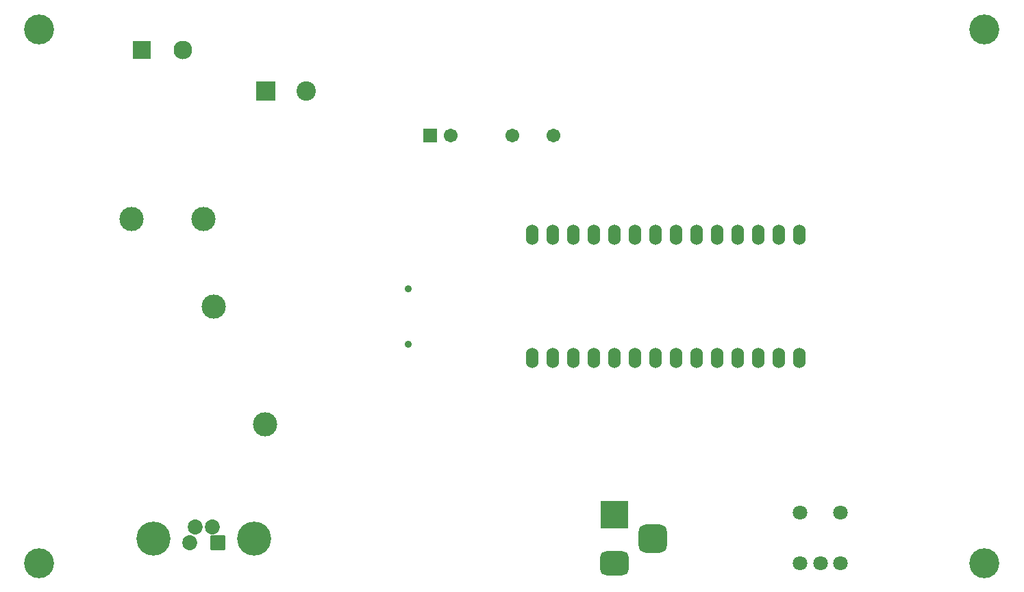
<source format=gbr>
%TF.GenerationSoftware,KiCad,Pcbnew,7.0.8*%
%TF.CreationDate,2023-10-19T15:00:40-04:00*%
%TF.ProjectId,ball_heater_controller,62616c6c-5f68-4656-9174-65725f636f6e,rev?*%
%TF.SameCoordinates,Original*%
%TF.FileFunction,Soldermask,Bot*%
%TF.FilePolarity,Negative*%
%FSLAX46Y46*%
G04 Gerber Fmt 4.6, Leading zero omitted, Abs format (unit mm)*
G04 Created by KiCad (PCBNEW 7.0.8) date 2023-10-19 15:00:40*
%MOMM*%
%LPD*%
G01*
G04 APERTURE LIST*
G04 Aperture macros list*
%AMRoundRect*
0 Rectangle with rounded corners*
0 $1 Rounding radius*
0 $2 $3 $4 $5 $6 $7 $8 $9 X,Y pos of 4 corners*
0 Add a 4 corners polygon primitive as box body*
4,1,4,$2,$3,$4,$5,$6,$7,$8,$9,$2,$3,0*
0 Add four circle primitives for the rounded corners*
1,1,$1+$1,$2,$3*
1,1,$1+$1,$4,$5*
1,1,$1+$1,$6,$7*
1,1,$1+$1,$8,$9*
0 Add four rect primitives between the rounded corners*
20,1,$1+$1,$2,$3,$4,$5,0*
20,1,$1+$1,$4,$5,$6,$7,0*
20,1,$1+$1,$6,$7,$8,$9,0*
20,1,$1+$1,$8,$9,$2,$3,0*%
G04 Aperture macros list end*
%ADD10C,0.900000*%
%ADD11C,3.700000*%
%ADD12O,1.524000X2.540000*%
%ADD13C,3.000000*%
%ADD14RoundRect,0.102000X0.825000X0.825000X-0.825000X0.825000X-0.825000X-0.825000X0.825000X-0.825000X0*%
%ADD15C,1.854000*%
%ADD16C,4.220000*%
%ADD17C,1.800000*%
%ADD18RoundRect,0.102000X-0.754000X-0.754000X0.754000X-0.754000X0.754000X0.754000X-0.754000X0.754000X0*%
%ADD19C,1.712000*%
%ADD20R,2.400000X2.400000*%
%ADD21C,2.400000*%
%ADD22R,3.500000X3.500000*%
%ADD23RoundRect,0.750000X1.000000X-0.750000X1.000000X0.750000X-1.000000X0.750000X-1.000000X-0.750000X0*%
%ADD24RoundRect,0.875000X0.875000X-0.875000X0.875000X0.875000X-0.875000X0.875000X-0.875000X-0.875000X0*%
%ADD25R,2.200000X2.200000*%
%ADD26C,2.300000*%
G04 APERTURE END LIST*
D10*
%TO.C,SW2*%
X126867500Y-88040000D03*
X126867500Y-94840000D03*
%TD*%
D11*
%TO.C,H1*%
X81280000Y-121920000D03*
%TD*%
D12*
%TO.C,A1*%
X142240000Y-96520000D03*
X144780000Y-96520000D03*
X147320000Y-96520000D03*
X149860000Y-96520000D03*
X152400000Y-96520000D03*
X154940000Y-96520000D03*
X157480000Y-96520000D03*
X162560000Y-96520000D03*
X165100000Y-96520000D03*
X167640000Y-96520000D03*
X170180000Y-96520000D03*
X172720000Y-96520000D03*
X175260000Y-96520000D03*
X175260000Y-81280000D03*
X172720000Y-81280000D03*
X170180000Y-81280000D03*
X167640000Y-81280000D03*
X165100000Y-81280000D03*
X162560000Y-81280000D03*
X160020000Y-81280000D03*
X157480000Y-81280000D03*
X154940000Y-81280000D03*
X152400000Y-81280000D03*
X149860000Y-81280000D03*
X147320000Y-81280000D03*
X144780000Y-81280000D03*
X142240000Y-81280000D03*
X160020000Y-96520000D03*
%TD*%
D13*
%TO.C,TP3*%
X109220000Y-104775000D03*
%TD*%
D14*
%TO.C,J5*%
X103300000Y-119380000D03*
D15*
X102675000Y-117430000D03*
X99900000Y-119380000D03*
X100525000Y-117430000D03*
D16*
X107850000Y-118880000D03*
X95350000Y-118880000D03*
%TD*%
D17*
%TO.C,SW1*%
X175340000Y-121920000D03*
X180340000Y-121920000D03*
X177840000Y-121920000D03*
X175340000Y-115670000D03*
X180340000Y-115670000D03*
%TD*%
D18*
%TO.C,PS1*%
X129545000Y-69020000D03*
D19*
X132085000Y-69020000D03*
X139705000Y-69020000D03*
X144785000Y-69020000D03*
%TD*%
D20*
%TO.C,C1*%
X109300000Y-63500000D03*
D21*
X114300000Y-63500000D03*
%TD*%
D22*
%TO.C,J6*%
X152400000Y-115920000D03*
D23*
X152400000Y-121920000D03*
D24*
X157100000Y-118920000D03*
%TD*%
D11*
%TO.C,H4*%
X198120000Y-55880000D03*
%TD*%
%TO.C,H3*%
X81280000Y-55880000D03*
%TD*%
D25*
%TO.C,J1*%
X93980000Y-58420000D03*
D26*
X99060000Y-58420000D03*
%TD*%
D13*
%TO.C,TP2*%
X92710000Y-79375000D03*
%TD*%
%TO.C,TP4*%
X102870000Y-90170000D03*
%TD*%
D11*
%TO.C,H2*%
X198120000Y-121920000D03*
%TD*%
D13*
%TO.C,TP1*%
X101600000Y-79375000D03*
%TD*%
M02*

</source>
